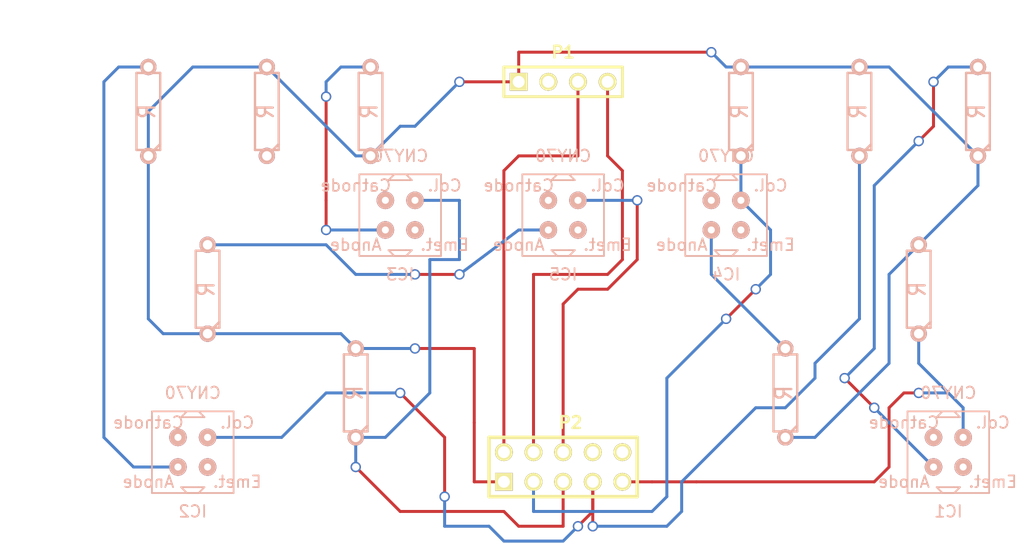
<source format=kicad_pcb>
(kicad_pcb (version 3) (host pcbnew "(2013-07-07 BZR 4022)-stable")

  (general
    (links 39)
    (no_connects 12)
    (area 0 0 0 0)
    (thickness 1.6)
    (drawings 2)
    (tracks 152)
    (zones 0)
    (modules 17)
    (nets 15)
  )

  (page A3)
  (layers
    (15 Dessus.Cu signal)
    (0 Dessous.Cu signal)
    (16 Dessous.Adhes user)
    (17 Dessus.Adhes user)
    (18 Dessous.Pate user)
    (19 Dessus.Pate user)
    (20 Dessous.SilkS user)
    (21 Dessus.SilkS user)
    (22 Dessous.Masque user)
    (23 Dessus.Masque user)
    (24 Dessin.User user)
    (25 Cmts.User user)
    (26 Eco1.User user)
    (27 Eco2.User user)
    (28 Contours.Ci user)
  )

  (setup
    (last_trace_width 0.254)
    (trace_clearance 0.254)
    (zone_clearance 0.508)
    (zone_45_only no)
    (trace_min 0.254)
    (segment_width 0.2)
    (edge_width 0.15)
    (via_size 0.889)
    (via_drill 0.635)
    (via_min_size 0.889)
    (via_min_drill 0.508)
    (uvia_size 0.508)
    (uvia_drill 0.127)
    (uvias_allowed no)
    (uvia_min_size 0.508)
    (uvia_min_drill 0.127)
    (pcb_text_width 0.3)
    (pcb_text_size 1.5 1.5)
    (mod_edge_width 0.15)
    (mod_text_size 1.5 1.5)
    (mod_text_width 0.15)
    (pad_size 1.524 1.524)
    (pad_drill 0.762)
    (pad_to_mask_clearance 0.2)
    (aux_axis_origin 0 0)
    (visible_elements FFFFFFBF)
    (pcbplotparams
      (layerselection 3178497)
      (usegerberextensions true)
      (excludeedgelayer true)
      (linewidth 0.100000)
      (plotframeref false)
      (viasonmask false)
      (mode 1)
      (useauxorigin false)
      (hpglpennumber 1)
      (hpglpenspeed 20)
      (hpglpendiameter 15)
      (hpglpenoverlay 2)
      (psnegative false)
      (psa4output false)
      (plotreference true)
      (plotvalue true)
      (plotothertext true)
      (plotinvisibletext false)
      (padsonsilk false)
      (subtractmaskfromsilk false)
      (outputformat 1)
      (mirror false)
      (drillshape 1)
      (scaleselection 1)
      (outputdirectory ""))
  )

  (net 0 "")
  (net 1 +5V)
  (net 2 /AN0)
  (net 3 /AN1)
  (net 4 /AN2)
  (net 5 /AN3)
  (net 6 /D0)
  (net 7 GND)
  (net 8 N-000001)
  (net 9 N-0000010)
  (net 10 N-0000011)
  (net 11 N-000005)
  (net 12 N-000006)
  (net 13 N-000007)
  (net 14 N-000009)

  (net_class Default "Ceci est la Netclass par défaut"
    (clearance 0.254)
    (trace_width 0.254)
    (via_dia 0.889)
    (via_drill 0.635)
    (uvia_dia 0.508)
    (uvia_drill 0.127)
    (add_net "")
    (add_net +5V)
    (add_net /AN0)
    (add_net /AN1)
    (add_net /AN2)
    (add_net /AN3)
    (add_net /D0)
    (add_net GND)
    (add_net N-000001)
    (add_net N-0000010)
    (add_net N-0000011)
    (add_net N-000005)
    (add_net N-000006)
    (add_net N-000007)
    (add_net N-000009)
  )

  (module R3 (layer Dessous.Cu) (tedit 4E4C0E65) (tstamp 59DF5A62)
    (at 147.32 58.42 90)
    (descr "Resitance 3 pas")
    (tags R)
    (path /59B7E735)
    (autoplace_cost180 10)
    (fp_text reference R3 (at 0 -0.127 90) (layer Dessous.SilkS) hide
      (effects (font (size 1.397 1.27) (thickness 0.2032)) (justify mirror))
    )
    (fp_text value R (at 0 -0.127 90) (layer Dessous.SilkS)
      (effects (font (size 1.397 1.27) (thickness 0.2032)) (justify mirror))
    )
    (fp_line (start -3.81 0) (end -3.302 0) (layer Dessous.SilkS) (width 0.2032))
    (fp_line (start 3.81 0) (end 3.302 0) (layer Dessous.SilkS) (width 0.2032))
    (fp_line (start 3.302 0) (end 3.302 1.016) (layer Dessous.SilkS) (width 0.2032))
    (fp_line (start 3.302 1.016) (end -3.302 1.016) (layer Dessous.SilkS) (width 0.2032))
    (fp_line (start -3.302 1.016) (end -3.302 -1.016) (layer Dessous.SilkS) (width 0.2032))
    (fp_line (start -3.302 -1.016) (end 3.302 -1.016) (layer Dessous.SilkS) (width 0.2032))
    (fp_line (start 3.302 -1.016) (end 3.302 0) (layer Dessous.SilkS) (width 0.2032))
    (fp_line (start -3.302 0.508) (end -2.794 1.016) (layer Dessous.SilkS) (width 0.2032))
    (pad 1 thru_hole circle (at -3.81 0 90) (size 1.397 1.397) (drill 0.8128)
      (layers *.Cu *.Mask Dessous.SilkS)
      (net 1 +5V)
    )
    (pad 2 thru_hole circle (at 3.81 0 90) (size 1.397 1.397) (drill 0.8128)
      (layers *.Cu *.Mask Dessous.SilkS)
      (net 14 N-000009)
    )
    (model discret/resistor.wrl
      (at (xyz 0 0 0))
      (scale (xyz 0.3 0.3 0.3))
      (rotate (xyz 0 0 0))
    )
  )

  (module R3 (layer Dessous.Cu) (tedit 4E4C0E65) (tstamp 59DF5A70)
    (at 194.31 73.66 90)
    (descr "Resitance 3 pas")
    (tags R)
    (path /59C25671)
    (autoplace_cost180 10)
    (fp_text reference R7 (at 0 -0.127 90) (layer Dessous.SilkS) hide
      (effects (font (size 1.397 1.27) (thickness 0.2032)) (justify mirror))
    )
    (fp_text value R (at 0 -0.127 90) (layer Dessous.SilkS)
      (effects (font (size 1.397 1.27) (thickness 0.2032)) (justify mirror))
    )
    (fp_line (start -3.81 0) (end -3.302 0) (layer Dessous.SilkS) (width 0.2032))
    (fp_line (start 3.81 0) (end 3.302 0) (layer Dessous.SilkS) (width 0.2032))
    (fp_line (start 3.302 0) (end 3.302 1.016) (layer Dessous.SilkS) (width 0.2032))
    (fp_line (start 3.302 1.016) (end -3.302 1.016) (layer Dessous.SilkS) (width 0.2032))
    (fp_line (start -3.302 1.016) (end -3.302 -1.016) (layer Dessous.SilkS) (width 0.2032))
    (fp_line (start -3.302 -1.016) (end 3.302 -1.016) (layer Dessous.SilkS) (width 0.2032))
    (fp_line (start 3.302 -1.016) (end 3.302 0) (layer Dessous.SilkS) (width 0.2032))
    (fp_line (start -3.302 0.508) (end -2.794 1.016) (layer Dessous.SilkS) (width 0.2032))
    (pad 1 thru_hole circle (at -3.81 0 90) (size 1.397 1.397) (drill 0.8128)
      (layers *.Cu *.Mask Dessous.SilkS)
      (net 5 /AN3)
    )
    (pad 2 thru_hole circle (at 3.81 0 90) (size 1.397 1.397) (drill 0.8128)
      (layers *.Cu *.Mask Dessous.SilkS)
      (net 1 +5V)
    )
    (model discret/resistor.wrl
      (at (xyz 0 0 0))
      (scale (xyz 0.3 0.3 0.3))
      (rotate (xyz 0 0 0))
    )
  )

  (module R3 (layer Dessous.Cu) (tedit 4E4C0E65) (tstamp 59DF5A7E)
    (at 189.23 58.42 90)
    (descr "Resitance 3 pas")
    (tags R)
    (path /59C25586)
    (autoplace_cost180 10)
    (fp_text reference R8 (at 0 -0.127 90) (layer Dessous.SilkS) hide
      (effects (font (size 1.397 1.27) (thickness 0.2032)) (justify mirror))
    )
    (fp_text value R (at 0 -0.127 90) (layer Dessous.SilkS)
      (effects (font (size 1.397 1.27) (thickness 0.2032)) (justify mirror))
    )
    (fp_line (start -3.81 0) (end -3.302 0) (layer Dessous.SilkS) (width 0.2032))
    (fp_line (start 3.81 0) (end 3.302 0) (layer Dessous.SilkS) (width 0.2032))
    (fp_line (start 3.302 0) (end 3.302 1.016) (layer Dessous.SilkS) (width 0.2032))
    (fp_line (start 3.302 1.016) (end -3.302 1.016) (layer Dessous.SilkS) (width 0.2032))
    (fp_line (start -3.302 1.016) (end -3.302 -1.016) (layer Dessous.SilkS) (width 0.2032))
    (fp_line (start -3.302 -1.016) (end 3.302 -1.016) (layer Dessous.SilkS) (width 0.2032))
    (fp_line (start 3.302 -1.016) (end 3.302 0) (layer Dessous.SilkS) (width 0.2032))
    (fp_line (start -3.302 0.508) (end -2.794 1.016) (layer Dessous.SilkS) (width 0.2032))
    (pad 1 thru_hole circle (at -3.81 0 90) (size 1.397 1.397) (drill 0.8128)
      (layers *.Cu *.Mask Dessous.SilkS)
      (net 4 /AN2)
    )
    (pad 2 thru_hole circle (at 3.81 0 90) (size 1.397 1.397) (drill 0.8128)
      (layers *.Cu *.Mask Dessous.SilkS)
      (net 1 +5V)
    )
    (model discret/resistor.wrl
      (at (xyz 0 0 0))
      (scale (xyz 0.3 0.3 0.3))
      (rotate (xyz 0 0 0))
    )
  )

  (module R3 (layer Dessous.Cu) (tedit 4E4C0E65) (tstamp 59DF5A8C)
    (at 182.88 82.55 90)
    (descr "Resitance 3 pas")
    (tags R)
    (path /59C235A2)
    (autoplace_cost180 10)
    (fp_text reference R4 (at 0 -0.127 90) (layer Dessous.SilkS) hide
      (effects (font (size 1.397 1.27) (thickness 0.2032)) (justify mirror))
    )
    (fp_text value R (at 0 -0.127 90) (layer Dessous.SilkS)
      (effects (font (size 1.397 1.27) (thickness 0.2032)) (justify mirror))
    )
    (fp_line (start -3.81 0) (end -3.302 0) (layer Dessous.SilkS) (width 0.2032))
    (fp_line (start 3.81 0) (end 3.302 0) (layer Dessous.SilkS) (width 0.2032))
    (fp_line (start 3.302 0) (end 3.302 1.016) (layer Dessous.SilkS) (width 0.2032))
    (fp_line (start 3.302 1.016) (end -3.302 1.016) (layer Dessous.SilkS) (width 0.2032))
    (fp_line (start -3.302 1.016) (end -3.302 -1.016) (layer Dessous.SilkS) (width 0.2032))
    (fp_line (start -3.302 -1.016) (end 3.302 -1.016) (layer Dessous.SilkS) (width 0.2032))
    (fp_line (start 3.302 -1.016) (end 3.302 0) (layer Dessous.SilkS) (width 0.2032))
    (fp_line (start -3.302 0.508) (end -2.794 1.016) (layer Dessous.SilkS) (width 0.2032))
    (pad 1 thru_hole circle (at -3.81 0 90) (size 1.397 1.397) (drill 0.8128)
      (layers *.Cu *.Mask Dessous.SilkS)
      (net 1 +5V)
    )
    (pad 2 thru_hole circle (at 3.81 0 90) (size 1.397 1.397) (drill 0.8128)
      (layers *.Cu *.Mask Dessous.SilkS)
      (net 11 N-000005)
    )
    (model discret/resistor.wrl
      (at (xyz 0 0 0))
      (scale (xyz 0.3 0.3 0.3))
      (rotate (xyz 0 0 0))
    )
  )

  (module R3 (layer Dessous.Cu) (tedit 4E4C0E65) (tstamp 59DF5A9A)
    (at 146.05 82.55 90)
    (descr "Resitance 3 pas")
    (tags R)
    (path /59C254A5)
    (autoplace_cost180 10)
    (fp_text reference R9 (at 0 -0.127 90) (layer Dessous.SilkS) hide
      (effects (font (size 1.397 1.27) (thickness 0.2032)) (justify mirror))
    )
    (fp_text value R (at 0 -0.127 90) (layer Dessous.SilkS)
      (effects (font (size 1.397 1.27) (thickness 0.2032)) (justify mirror))
    )
    (fp_line (start -3.81 0) (end -3.302 0) (layer Dessous.SilkS) (width 0.2032))
    (fp_line (start 3.81 0) (end 3.302 0) (layer Dessous.SilkS) (width 0.2032))
    (fp_line (start 3.302 0) (end 3.302 1.016) (layer Dessous.SilkS) (width 0.2032))
    (fp_line (start 3.302 1.016) (end -3.302 1.016) (layer Dessous.SilkS) (width 0.2032))
    (fp_line (start -3.302 1.016) (end -3.302 -1.016) (layer Dessous.SilkS) (width 0.2032))
    (fp_line (start -3.302 -1.016) (end 3.302 -1.016) (layer Dessous.SilkS) (width 0.2032))
    (fp_line (start 3.302 -1.016) (end 3.302 0) (layer Dessous.SilkS) (width 0.2032))
    (fp_line (start -3.302 0.508) (end -2.794 1.016) (layer Dessous.SilkS) (width 0.2032))
    (pad 1 thru_hole circle (at -3.81 0 90) (size 1.397 1.397) (drill 0.8128)
      (layers *.Cu *.Mask Dessous.SilkS)
      (net 3 /AN1)
    )
    (pad 2 thru_hole circle (at 3.81 0 90) (size 1.397 1.397) (drill 0.8128)
      (layers *.Cu *.Mask Dessous.SilkS)
      (net 1 +5V)
    )
    (model discret/resistor.wrl
      (at (xyz 0 0 0))
      (scale (xyz 0.3 0.3 0.3))
      (rotate (xyz 0 0 0))
    )
  )

  (module R3 (layer Dessous.Cu) (tedit 4E4C0E65) (tstamp 59DF5AA8)
    (at 133.35 73.66 90)
    (descr "Resitance 3 pas")
    (tags R)
    (path /59C2392A)
    (autoplace_cost180 10)
    (fp_text reference R5 (at 0 -0.127 90) (layer Dessous.SilkS) hide
      (effects (font (size 1.397 1.27) (thickness 0.2032)) (justify mirror))
    )
    (fp_text value R (at 0 -0.127 90) (layer Dessous.SilkS)
      (effects (font (size 1.397 1.27) (thickness 0.2032)) (justify mirror))
    )
    (fp_line (start -3.81 0) (end -3.302 0) (layer Dessous.SilkS) (width 0.2032))
    (fp_line (start 3.81 0) (end 3.302 0) (layer Dessous.SilkS) (width 0.2032))
    (fp_line (start 3.302 0) (end 3.302 1.016) (layer Dessous.SilkS) (width 0.2032))
    (fp_line (start 3.302 1.016) (end -3.302 1.016) (layer Dessous.SilkS) (width 0.2032))
    (fp_line (start -3.302 1.016) (end -3.302 -1.016) (layer Dessous.SilkS) (width 0.2032))
    (fp_line (start -3.302 -1.016) (end 3.302 -1.016) (layer Dessous.SilkS) (width 0.2032))
    (fp_line (start 3.302 -1.016) (end 3.302 0) (layer Dessous.SilkS) (width 0.2032))
    (fp_line (start -3.302 0.508) (end -2.794 1.016) (layer Dessous.SilkS) (width 0.2032))
    (pad 1 thru_hole circle (at -3.81 0 90) (size 1.397 1.397) (drill 0.8128)
      (layers *.Cu *.Mask Dessous.SilkS)
      (net 1 +5V)
    )
    (pad 2 thru_hole circle (at 3.81 0 90) (size 1.397 1.397) (drill 0.8128)
      (layers *.Cu *.Mask Dessous.SilkS)
      (net 13 N-000007)
    )
    (model discret/resistor.wrl
      (at (xyz 0 0 0))
      (scale (xyz 0.3 0.3 0.3))
      (rotate (xyz 0 0 0))
    )
  )

  (module R3 (layer Dessous.Cu) (tedit 4E4C0E65) (tstamp 59DF5AB6)
    (at 199.39 58.42 90)
    (descr "Resitance 3 pas")
    (tags R)
    (path /59C2421C)
    (autoplace_cost180 10)
    (fp_text reference R1 (at 0 -0.127 90) (layer Dessous.SilkS) hide
      (effects (font (size 1.397 1.27) (thickness 0.2032)) (justify mirror))
    )
    (fp_text value R (at 0 -0.127 90) (layer Dessous.SilkS)
      (effects (font (size 1.397 1.27) (thickness 0.2032)) (justify mirror))
    )
    (fp_line (start -3.81 0) (end -3.302 0) (layer Dessous.SilkS) (width 0.2032))
    (fp_line (start 3.81 0) (end 3.302 0) (layer Dessous.SilkS) (width 0.2032))
    (fp_line (start 3.302 0) (end 3.302 1.016) (layer Dessous.SilkS) (width 0.2032))
    (fp_line (start 3.302 1.016) (end -3.302 1.016) (layer Dessous.SilkS) (width 0.2032))
    (fp_line (start -3.302 1.016) (end -3.302 -1.016) (layer Dessous.SilkS) (width 0.2032))
    (fp_line (start -3.302 -1.016) (end 3.302 -1.016) (layer Dessous.SilkS) (width 0.2032))
    (fp_line (start 3.302 -1.016) (end 3.302 0) (layer Dessous.SilkS) (width 0.2032))
    (fp_line (start -3.302 0.508) (end -2.794 1.016) (layer Dessous.SilkS) (width 0.2032))
    (pad 1 thru_hole circle (at -3.81 0 90) (size 1.397 1.397) (drill 0.8128)
      (layers *.Cu *.Mask Dessous.SilkS)
      (net 1 +5V)
    )
    (pad 2 thru_hole circle (at 3.81 0 90) (size 1.397 1.397) (drill 0.8128)
      (layers *.Cu *.Mask Dessous.SilkS)
      (net 12 N-000006)
    )
    (model discret/resistor.wrl
      (at (xyz 0 0 0))
      (scale (xyz 0.3 0.3 0.3))
      (rotate (xyz 0 0 0))
    )
  )

  (module R3 (layer Dessous.Cu) (tedit 4E4C0E65) (tstamp 59DF5AC4)
    (at 179.07 58.42 90)
    (descr "Resitance 3 pas")
    (tags R)
    (path /59C252FC)
    (autoplace_cost180 10)
    (fp_text reference R12 (at 0 -0.127 90) (layer Dessous.SilkS) hide
      (effects (font (size 1.397 1.27) (thickness 0.2032)) (justify mirror))
    )
    (fp_text value R (at 0 -0.127 90) (layer Dessous.SilkS)
      (effects (font (size 1.397 1.27) (thickness 0.2032)) (justify mirror))
    )
    (fp_line (start -3.81 0) (end -3.302 0) (layer Dessous.SilkS) (width 0.2032))
    (fp_line (start 3.81 0) (end 3.302 0) (layer Dessous.SilkS) (width 0.2032))
    (fp_line (start 3.302 0) (end 3.302 1.016) (layer Dessous.SilkS) (width 0.2032))
    (fp_line (start 3.302 1.016) (end -3.302 1.016) (layer Dessous.SilkS) (width 0.2032))
    (fp_line (start -3.302 1.016) (end -3.302 -1.016) (layer Dessous.SilkS) (width 0.2032))
    (fp_line (start -3.302 -1.016) (end 3.302 -1.016) (layer Dessous.SilkS) (width 0.2032))
    (fp_line (start 3.302 -1.016) (end 3.302 0) (layer Dessous.SilkS) (width 0.2032))
    (fp_line (start -3.302 0.508) (end -2.794 1.016) (layer Dessous.SilkS) (width 0.2032))
    (pad 1 thru_hole circle (at -3.81 0 90) (size 1.397 1.397) (drill 0.8128)
      (layers *.Cu *.Mask Dessous.SilkS)
      (net 2 /AN0)
    )
    (pad 2 thru_hole circle (at 3.81 0 90) (size 1.397 1.397) (drill 0.8128)
      (layers *.Cu *.Mask Dessous.SilkS)
      (net 1 +5V)
    )
    (model discret/resistor.wrl
      (at (xyz 0 0 0))
      (scale (xyz 0.3 0.3 0.3))
      (rotate (xyz 0 0 0))
    )
  )

  (module R3 (layer Dessous.Cu) (tedit 4E4C0E65) (tstamp 59DF5AD2)
    (at 128.27 58.42 90)
    (descr "Resitance 3 pas")
    (tags R)
    (path /59C24288)
    (autoplace_cost180 10)
    (fp_text reference R2 (at 0 -0.127 90) (layer Dessous.SilkS) hide
      (effects (font (size 1.397 1.27) (thickness 0.2032)) (justify mirror))
    )
    (fp_text value R (at 0 -0.127 90) (layer Dessous.SilkS)
      (effects (font (size 1.397 1.27) (thickness 0.2032)) (justify mirror))
    )
    (fp_line (start -3.81 0) (end -3.302 0) (layer Dessous.SilkS) (width 0.2032))
    (fp_line (start 3.81 0) (end 3.302 0) (layer Dessous.SilkS) (width 0.2032))
    (fp_line (start 3.302 0) (end 3.302 1.016) (layer Dessous.SilkS) (width 0.2032))
    (fp_line (start 3.302 1.016) (end -3.302 1.016) (layer Dessous.SilkS) (width 0.2032))
    (fp_line (start -3.302 1.016) (end -3.302 -1.016) (layer Dessous.SilkS) (width 0.2032))
    (fp_line (start -3.302 -1.016) (end 3.302 -1.016) (layer Dessous.SilkS) (width 0.2032))
    (fp_line (start 3.302 -1.016) (end 3.302 0) (layer Dessous.SilkS) (width 0.2032))
    (fp_line (start -3.302 0.508) (end -2.794 1.016) (layer Dessous.SilkS) (width 0.2032))
    (pad 1 thru_hole circle (at -3.81 0 90) (size 1.397 1.397) (drill 0.8128)
      (layers *.Cu *.Mask Dessous.SilkS)
      (net 1 +5V)
    )
    (pad 2 thru_hole circle (at 3.81 0 90) (size 1.397 1.397) (drill 0.8128)
      (layers *.Cu *.Mask Dessous.SilkS)
      (net 8 N-000001)
    )
    (model discret/resistor.wrl
      (at (xyz 0 0 0))
      (scale (xyz 0.3 0.3 0.3))
      (rotate (xyz 0 0 0))
    )
  )

  (module R3 (layer Dessous.Cu) (tedit 4E4C0E65) (tstamp 59DF5AE0)
    (at 138.43 58.42 90)
    (descr "Resitance 3 pas")
    (tags R)
    (path /59C251D0)
    (autoplace_cost180 10)
    (fp_text reference R10 (at 0 -0.127 90) (layer Dessous.SilkS) hide
      (effects (font (size 1.397 1.27) (thickness 0.2032)) (justify mirror))
    )
    (fp_text value R (at 0 -0.127 90) (layer Dessous.SilkS)
      (effects (font (size 1.397 1.27) (thickness 0.2032)) (justify mirror))
    )
    (fp_line (start -3.81 0) (end -3.302 0) (layer Dessous.SilkS) (width 0.2032))
    (fp_line (start 3.81 0) (end 3.302 0) (layer Dessous.SilkS) (width 0.2032))
    (fp_line (start 3.302 0) (end 3.302 1.016) (layer Dessous.SilkS) (width 0.2032))
    (fp_line (start 3.302 1.016) (end -3.302 1.016) (layer Dessous.SilkS) (width 0.2032))
    (fp_line (start -3.302 1.016) (end -3.302 -1.016) (layer Dessous.SilkS) (width 0.2032))
    (fp_line (start -3.302 -1.016) (end 3.302 -1.016) (layer Dessous.SilkS) (width 0.2032))
    (fp_line (start 3.302 -1.016) (end 3.302 0) (layer Dessous.SilkS) (width 0.2032))
    (fp_line (start -3.302 0.508) (end -2.794 1.016) (layer Dessous.SilkS) (width 0.2032))
    (pad 1 thru_hole circle (at -3.81 0 90) (size 1.397 1.397) (drill 0.8128)
      (layers *.Cu *.Mask Dessous.SilkS)
      (net 6 /D0)
    )
    (pad 2 thru_hole circle (at 3.81 0 90) (size 1.397 1.397) (drill 0.8128)
      (layers *.Cu *.Mask Dessous.SilkS)
      (net 1 +5V)
    )
    (model discret/resistor.wrl
      (at (xyz 0 0 0))
      (scale (xyz 0.3 0.3 0.3))
      (rotate (xyz 0 0 0))
    )
  )

  (module PIN_ARRAY_5x2 (layer Dessus.Cu) (tedit 3FCF2109) (tstamp 59DF5AF2)
    (at 163.83 88.9)
    (descr "Double rangee de contacts 2 x 5 pins")
    (tags CONN)
    (path /59B7D696)
    (fp_text reference P2 (at 0.635 -3.81) (layer Dessus.SilkS)
      (effects (font (size 1.016 1.016) (thickness 0.2032)))
    )
    (fp_text value CONN_5X2 (at 0 -3.81) (layer Dessus.SilkS) hide
      (effects (font (size 1.016 1.016) (thickness 0.2032)))
    )
    (fp_line (start -6.35 -2.54) (end 6.35 -2.54) (layer Dessus.SilkS) (width 0.3048))
    (fp_line (start 6.35 -2.54) (end 6.35 2.54) (layer Dessus.SilkS) (width 0.3048))
    (fp_line (start 6.35 2.54) (end -6.35 2.54) (layer Dessus.SilkS) (width 0.3048))
    (fp_line (start -6.35 2.54) (end -6.35 -2.54) (layer Dessus.SilkS) (width 0.3048))
    (pad 1 thru_hole rect (at -5.08 1.27) (size 1.524 1.524) (drill 1.016)
      (layers *.Cu *.Mask Dessus.SilkS)
      (net 1 +5V)
    )
    (pad 2 thru_hole circle (at -5.08 -1.27) (size 1.524 1.524) (drill 1.016)
      (layers *.Cu *.Mask Dessus.SilkS)
      (net 9 N-0000010)
    )
    (pad 3 thru_hole circle (at -2.54 1.27) (size 1.524 1.524) (drill 1.016)
      (layers *.Cu *.Mask Dessus.SilkS)
      (net 2 /AN0)
    )
    (pad 4 thru_hole circle (at -2.54 -1.27) (size 1.524 1.524) (drill 1.016)
      (layers *.Cu *.Mask Dessus.SilkS)
      (net 10 N-0000011)
    )
    (pad 5 thru_hole circle (at 0 1.27) (size 1.524 1.524) (drill 1.016)
      (layers *.Cu *.Mask Dessus.SilkS)
      (net 3 /AN1)
    )
    (pad 6 thru_hole circle (at 0 -1.27) (size 1.524 1.524) (drill 1.016)
      (layers *.Cu *.Mask Dessus.SilkS)
      (net 6 /D0)
    )
    (pad 7 thru_hole circle (at 2.54 1.27) (size 1.524 1.524) (drill 1.016)
      (layers *.Cu *.Mask Dessus.SilkS)
      (net 4 /AN2)
    )
    (pad 8 thru_hole circle (at 2.54 -1.27) (size 1.524 1.524) (drill 1.016)
      (layers *.Cu *.Mask Dessus.SilkS)
    )
    (pad 9 thru_hole circle (at 5.08 1.27) (size 1.524 1.524) (drill 1.016)
      (layers *.Cu *.Mask Dessus.SilkS)
      (net 5 /AN3)
    )
    (pad 10 thru_hole circle (at 5.08 -1.27) (size 1.524 1.524) (drill 1.016)
      (layers *.Cu *.Mask Dessus.SilkS)
      (net 7 GND)
    )
    (model pin_array/pins_array_5x2.wrl
      (at (xyz 0 0 0))
      (scale (xyz 1 1 1))
      (rotate (xyz 0 0 0))
    )
  )

  (module PIN_ARRAY_4x1 (layer Dessus.Cu) (tedit 4C10F42E) (tstamp 59DF5AFE)
    (at 163.83 55.88)
    (descr "Double rangee de contacts 2 x 5 pins")
    (tags CONN)
    (path /59B7F8BD)
    (fp_text reference P1 (at 0 -2.54) (layer Dessus.SilkS)
      (effects (font (size 1.016 1.016) (thickness 0.2032)))
    )
    (fp_text value CONN_4 (at 0 2.54) (layer Dessus.SilkS) hide
      (effects (font (size 1.016 1.016) (thickness 0.2032)))
    )
    (fp_line (start 5.08 1.27) (end -5.08 1.27) (layer Dessus.SilkS) (width 0.254))
    (fp_line (start 5.08 -1.27) (end -5.08 -1.27) (layer Dessus.SilkS) (width 0.254))
    (fp_line (start -5.08 -1.27) (end -5.08 1.27) (layer Dessus.SilkS) (width 0.254))
    (fp_line (start 5.08 1.27) (end 5.08 -1.27) (layer Dessus.SilkS) (width 0.254))
    (pad 1 thru_hole rect (at -3.81 0) (size 1.524 1.524) (drill 1.016)
      (layers *.Cu *.Mask Dessus.SilkS)
      (net 1 +5V)
    )
    (pad 2 thru_hole circle (at -1.27 0) (size 1.524 1.524) (drill 1.016)
      (layers *.Cu *.Mask Dessus.SilkS)
      (net 7 GND)
    )
    (pad 3 thru_hole circle (at 1.27 0) (size 1.524 1.524) (drill 1.016)
      (layers *.Cu *.Mask Dessus.SilkS)
      (net 9 N-0000010)
    )
    (pad 4 thru_hole circle (at 3.81 0) (size 1.524 1.524) (drill 1.016)
      (layers *.Cu *.Mask Dessus.SilkS)
      (net 10 N-0000011)
    )
    (model pin_array\pins_array_4x1.wrl
      (at (xyz 0 0 0))
      (scale (xyz 1 1 1))
      (rotate (xyz 0 0 0))
    )
  )

  (module CNY70 (layer Dessous.Cu) (tedit 54C53313) (tstamp 59DF5B16)
    (at 149.86 67.31)
    (path /59B7F2D4)
    (fp_text reference IC3 (at 0 5.08) (layer Dessous.SilkS)
      (effects (font (size 1 1) (thickness 0.15)) (justify mirror))
    )
    (fp_text value CNY70 (at 0 -5.08) (layer Dessous.SilkS)
      (effects (font (size 1 1) (thickness 0.15)) (justify mirror))
    )
    (fp_line (start -0.5 -3.5) (end -1 -3) (layer Dessous.SilkS) (width 0.15))
    (fp_line (start -1 -3) (end 1 -3) (layer Dessous.SilkS) (width 0.15))
    (fp_line (start 1 -3) (end 0.5 -3.5) (layer Dessous.SilkS) (width 0.15))
    (fp_line (start -0.5 3.5) (end -1 3) (layer Dessous.SilkS) (width 0.15))
    (fp_line (start -1 3) (end 0.5 3) (layer Dessous.SilkS) (width 0.15))
    (fp_line (start 0.5 3) (end 1 3) (layer Dessous.SilkS) (width 0.15))
    (fp_line (start 1 3) (end 0.5 3.5) (layer Dessous.SilkS) (width 0.15))
    (fp_line (start 0.5 3.5) (end -0.5 3.5) (layer Dessous.SilkS) (width 0.15))
    (fp_text user Col. (at 3.81 -2.54) (layer Dessous.SilkS)
      (effects (font (size 1 1) (thickness 0.15)) (justify mirror))
    )
    (fp_text user Emet. (at 3.81 2.54) (layer Dessous.SilkS)
      (effects (font (size 1 1) (thickness 0.15)) (justify mirror))
    )
    (fp_text user Cathode (at -3.81 -2.54) (layer Dessous.SilkS)
      (effects (font (size 1 1) (thickness 0.15)) (justify mirror))
    )
    (fp_text user Anode (at -3.81 2.54) (layer Dessous.SilkS)
      (effects (font (size 1 1) (thickness 0.15)) (justify mirror))
    )
    (fp_line (start 3.5 -3.5) (end 3.5 3.5) (layer Dessous.SilkS) (width 0.15))
    (fp_line (start 3.5 3.5) (end -3.5 3.5) (layer Dessous.SilkS) (width 0.15))
    (fp_line (start -3.5 3.5) (end -3.5 -3.5) (layer Dessous.SilkS) (width 0.15))
    (fp_line (start -3.5 -3.5) (end 3.5 -3.5) (layer Dessous.SilkS) (width 0.15))
    (pad 1 thru_hole circle (at -1.27 1.27) (size 1.5 1.5) (drill 0.6)
      (layers *.Cu *.Mask Dessous.SilkS)
      (net 14 N-000009)
    )
    (pad 2 thru_hole circle (at -1.27 -1.27) (size 1.5 1.5) (drill 0.6)
      (layers *.Cu *.Mask Dessous.SilkS)
      (net 7 GND)
    )
    (pad 3 thru_hole circle (at 1.27 -1.27) (size 1.5 1.5) (drill 0.6)
      (layers *.Cu *.Mask Dessous.SilkS)
      (net 3 /AN1)
    )
    (pad 4 thru_hole circle (at 1.27 1.27) (size 1.5 1.5) (drill 0.6)
      (layers *.Cu *.Mask Dessous.SilkS)
      (net 7 GND)
    )
  )

  (module CNY70 (layer Dessous.Cu) (tedit 54C53313) (tstamp 59DF5B2E)
    (at 132.08 87.63)
    (path /59C2428E)
    (fp_text reference IC2 (at 0 5.08) (layer Dessous.SilkS)
      (effects (font (size 1 1) (thickness 0.15)) (justify mirror))
    )
    (fp_text value CNY70 (at 0 -5.08) (layer Dessous.SilkS)
      (effects (font (size 1 1) (thickness 0.15)) (justify mirror))
    )
    (fp_line (start -0.5 -3.5) (end -1 -3) (layer Dessous.SilkS) (width 0.15))
    (fp_line (start -1 -3) (end 1 -3) (layer Dessous.SilkS) (width 0.15))
    (fp_line (start 1 -3) (end 0.5 -3.5) (layer Dessous.SilkS) (width 0.15))
    (fp_line (start -0.5 3.5) (end -1 3) (layer Dessous.SilkS) (width 0.15))
    (fp_line (start -1 3) (end 0.5 3) (layer Dessous.SilkS) (width 0.15))
    (fp_line (start 0.5 3) (end 1 3) (layer Dessous.SilkS) (width 0.15))
    (fp_line (start 1 3) (end 0.5 3.5) (layer Dessous.SilkS) (width 0.15))
    (fp_line (start 0.5 3.5) (end -0.5 3.5) (layer Dessous.SilkS) (width 0.15))
    (fp_text user Col. (at 3.81 -2.54) (layer Dessous.SilkS)
      (effects (font (size 1 1) (thickness 0.15)) (justify mirror))
    )
    (fp_text user Emet. (at 3.81 2.54) (layer Dessous.SilkS)
      (effects (font (size 1 1) (thickness 0.15)) (justify mirror))
    )
    (fp_text user Cathode (at -3.81 -2.54) (layer Dessous.SilkS)
      (effects (font (size 1 1) (thickness 0.15)) (justify mirror))
    )
    (fp_text user Anode (at -3.81 2.54) (layer Dessous.SilkS)
      (effects (font (size 1 1) (thickness 0.15)) (justify mirror))
    )
    (fp_line (start 3.5 -3.5) (end 3.5 3.5) (layer Dessous.SilkS) (width 0.15))
    (fp_line (start 3.5 3.5) (end -3.5 3.5) (layer Dessous.SilkS) (width 0.15))
    (fp_line (start -3.5 3.5) (end -3.5 -3.5) (layer Dessous.SilkS) (width 0.15))
    (fp_line (start -3.5 -3.5) (end 3.5 -3.5) (layer Dessous.SilkS) (width 0.15))
    (pad 1 thru_hole circle (at -1.27 1.27) (size 1.5 1.5) (drill 0.6)
      (layers *.Cu *.Mask Dessous.SilkS)
      (net 8 N-000001)
    )
    (pad 2 thru_hole circle (at -1.27 -1.27) (size 1.5 1.5) (drill 0.6)
      (layers *.Cu *.Mask Dessous.SilkS)
      (net 7 GND)
    )
    (pad 3 thru_hole circle (at 1.27 -1.27) (size 1.5 1.5) (drill 0.6)
      (layers *.Cu *.Mask Dessous.SilkS)
      (net 4 /AN2)
    )
    (pad 4 thru_hole circle (at 1.27 1.27) (size 1.5 1.5) (drill 0.6)
      (layers *.Cu *.Mask Dessous.SilkS)
      (net 7 GND)
    )
  )

  (module CNY70 (layer Dessous.Cu) (tedit 54C53313) (tstamp 59DF5B46)
    (at 196.85 87.63)
    (path /59C24222)
    (fp_text reference IC1 (at 0 5.08) (layer Dessous.SilkS)
      (effects (font (size 1 1) (thickness 0.15)) (justify mirror))
    )
    (fp_text value CNY70 (at 0 -5.08) (layer Dessous.SilkS)
      (effects (font (size 1 1) (thickness 0.15)) (justify mirror))
    )
    (fp_line (start -0.5 -3.5) (end -1 -3) (layer Dessous.SilkS) (width 0.15))
    (fp_line (start -1 -3) (end 1 -3) (layer Dessous.SilkS) (width 0.15))
    (fp_line (start 1 -3) (end 0.5 -3.5) (layer Dessous.SilkS) (width 0.15))
    (fp_line (start -0.5 3.5) (end -1 3) (layer Dessous.SilkS) (width 0.15))
    (fp_line (start -1 3) (end 0.5 3) (layer Dessous.SilkS) (width 0.15))
    (fp_line (start 0.5 3) (end 1 3) (layer Dessous.SilkS) (width 0.15))
    (fp_line (start 1 3) (end 0.5 3.5) (layer Dessous.SilkS) (width 0.15))
    (fp_line (start 0.5 3.5) (end -0.5 3.5) (layer Dessous.SilkS) (width 0.15))
    (fp_text user Col. (at 3.81 -2.54) (layer Dessous.SilkS)
      (effects (font (size 1 1) (thickness 0.15)) (justify mirror))
    )
    (fp_text user Emet. (at 3.81 2.54) (layer Dessous.SilkS)
      (effects (font (size 1 1) (thickness 0.15)) (justify mirror))
    )
    (fp_text user Cathode (at -3.81 -2.54) (layer Dessous.SilkS)
      (effects (font (size 1 1) (thickness 0.15)) (justify mirror))
    )
    (fp_text user Anode (at -3.81 2.54) (layer Dessous.SilkS)
      (effects (font (size 1 1) (thickness 0.15)) (justify mirror))
    )
    (fp_line (start 3.5 -3.5) (end 3.5 3.5) (layer Dessous.SilkS) (width 0.15))
    (fp_line (start 3.5 3.5) (end -3.5 3.5) (layer Dessous.SilkS) (width 0.15))
    (fp_line (start -3.5 3.5) (end -3.5 -3.5) (layer Dessous.SilkS) (width 0.15))
    (fp_line (start -3.5 -3.5) (end 3.5 -3.5) (layer Dessous.SilkS) (width 0.15))
    (pad 1 thru_hole circle (at -1.27 1.27) (size 1.5 1.5) (drill 0.6)
      (layers *.Cu *.Mask Dessous.SilkS)
      (net 12 N-000006)
    )
    (pad 2 thru_hole circle (at -1.27 -1.27) (size 1.5 1.5) (drill 0.6)
      (layers *.Cu *.Mask Dessous.SilkS)
      (net 7 GND)
    )
    (pad 3 thru_hole circle (at 1.27 -1.27) (size 1.5 1.5) (drill 0.6)
      (layers *.Cu *.Mask Dessous.SilkS)
      (net 5 /AN3)
    )
    (pad 4 thru_hole circle (at 1.27 1.27) (size 1.5 1.5) (drill 0.6)
      (layers *.Cu *.Mask Dessous.SilkS)
      (net 7 GND)
    )
  )

  (module CNY70 (layer Dessous.Cu) (tedit 54C53313) (tstamp 59DF5B5E)
    (at 177.8 67.31)
    (path /59C235A8)
    (fp_text reference IC4 (at 0 5.08) (layer Dessous.SilkS)
      (effects (font (size 1 1) (thickness 0.15)) (justify mirror))
    )
    (fp_text value CNY70 (at 0 -5.08) (layer Dessous.SilkS)
      (effects (font (size 1 1) (thickness 0.15)) (justify mirror))
    )
    (fp_line (start -0.5 -3.5) (end -1 -3) (layer Dessous.SilkS) (width 0.15))
    (fp_line (start -1 -3) (end 1 -3) (layer Dessous.SilkS) (width 0.15))
    (fp_line (start 1 -3) (end 0.5 -3.5) (layer Dessous.SilkS) (width 0.15))
    (fp_line (start -0.5 3.5) (end -1 3) (layer Dessous.SilkS) (width 0.15))
    (fp_line (start -1 3) (end 0.5 3) (layer Dessous.SilkS) (width 0.15))
    (fp_line (start 0.5 3) (end 1 3) (layer Dessous.SilkS) (width 0.15))
    (fp_line (start 1 3) (end 0.5 3.5) (layer Dessous.SilkS) (width 0.15))
    (fp_line (start 0.5 3.5) (end -0.5 3.5) (layer Dessous.SilkS) (width 0.15))
    (fp_text user Col. (at 3.81 -2.54) (layer Dessous.SilkS)
      (effects (font (size 1 1) (thickness 0.15)) (justify mirror))
    )
    (fp_text user Emet. (at 3.81 2.54) (layer Dessous.SilkS)
      (effects (font (size 1 1) (thickness 0.15)) (justify mirror))
    )
    (fp_text user Cathode (at -3.81 -2.54) (layer Dessous.SilkS)
      (effects (font (size 1 1) (thickness 0.15)) (justify mirror))
    )
    (fp_text user Anode (at -3.81 2.54) (layer Dessous.SilkS)
      (effects (font (size 1 1) (thickness 0.15)) (justify mirror))
    )
    (fp_line (start 3.5 -3.5) (end 3.5 3.5) (layer Dessous.SilkS) (width 0.15))
    (fp_line (start 3.5 3.5) (end -3.5 3.5) (layer Dessous.SilkS) (width 0.15))
    (fp_line (start -3.5 3.5) (end -3.5 -3.5) (layer Dessous.SilkS) (width 0.15))
    (fp_line (start -3.5 -3.5) (end 3.5 -3.5) (layer Dessous.SilkS) (width 0.15))
    (pad 1 thru_hole circle (at -1.27 1.27) (size 1.5 1.5) (drill 0.6)
      (layers *.Cu *.Mask Dessous.SilkS)
      (net 11 N-000005)
    )
    (pad 2 thru_hole circle (at -1.27 -1.27) (size 1.5 1.5) (drill 0.6)
      (layers *.Cu *.Mask Dessous.SilkS)
      (net 7 GND)
    )
    (pad 3 thru_hole circle (at 1.27 -1.27) (size 1.5 1.5) (drill 0.6)
      (layers *.Cu *.Mask Dessous.SilkS)
      (net 2 /AN0)
    )
    (pad 4 thru_hole circle (at 1.27 1.27) (size 1.5 1.5) (drill 0.6)
      (layers *.Cu *.Mask Dessous.SilkS)
      (net 7 GND)
    )
  )

  (module CNY70 (layer Dessous.Cu) (tedit 54C53313) (tstamp 59DF5B76)
    (at 163.83 67.31)
    (path /59B7F2E0)
    (fp_text reference IC5 (at 0 5.08) (layer Dessous.SilkS)
      (effects (font (size 1 1) (thickness 0.15)) (justify mirror))
    )
    (fp_text value CNY70 (at 0 -5.08) (layer Dessous.SilkS)
      (effects (font (size 1 1) (thickness 0.15)) (justify mirror))
    )
    (fp_line (start -0.5 -3.5) (end -1 -3) (layer Dessous.SilkS) (width 0.15))
    (fp_line (start -1 -3) (end 1 -3) (layer Dessous.SilkS) (width 0.15))
    (fp_line (start 1 -3) (end 0.5 -3.5) (layer Dessous.SilkS) (width 0.15))
    (fp_line (start -0.5 3.5) (end -1 3) (layer Dessous.SilkS) (width 0.15))
    (fp_line (start -1 3) (end 0.5 3) (layer Dessous.SilkS) (width 0.15))
    (fp_line (start 0.5 3) (end 1 3) (layer Dessous.SilkS) (width 0.15))
    (fp_line (start 1 3) (end 0.5 3.5) (layer Dessous.SilkS) (width 0.15))
    (fp_line (start 0.5 3.5) (end -0.5 3.5) (layer Dessous.SilkS) (width 0.15))
    (fp_text user Col. (at 3.81 -2.54) (layer Dessous.SilkS)
      (effects (font (size 1 1) (thickness 0.15)) (justify mirror))
    )
    (fp_text user Emet. (at 3.81 2.54) (layer Dessous.SilkS)
      (effects (font (size 1 1) (thickness 0.15)) (justify mirror))
    )
    (fp_text user Cathode (at -3.81 -2.54) (layer Dessous.SilkS)
      (effects (font (size 1 1) (thickness 0.15)) (justify mirror))
    )
    (fp_text user Anode (at -3.81 2.54) (layer Dessous.SilkS)
      (effects (font (size 1 1) (thickness 0.15)) (justify mirror))
    )
    (fp_line (start 3.5 -3.5) (end 3.5 3.5) (layer Dessous.SilkS) (width 0.15))
    (fp_line (start 3.5 3.5) (end -3.5 3.5) (layer Dessous.SilkS) (width 0.15))
    (fp_line (start -3.5 3.5) (end -3.5 -3.5) (layer Dessous.SilkS) (width 0.15))
    (fp_line (start -3.5 -3.5) (end 3.5 -3.5) (layer Dessous.SilkS) (width 0.15))
    (pad 1 thru_hole circle (at -1.27 1.27) (size 1.5 1.5) (drill 0.6)
      (layers *.Cu *.Mask Dessous.SilkS)
      (net 13 N-000007)
    )
    (pad 2 thru_hole circle (at -1.27 -1.27) (size 1.5 1.5) (drill 0.6)
      (layers *.Cu *.Mask Dessous.SilkS)
      (net 7 GND)
    )
    (pad 3 thru_hole circle (at 1.27 -1.27) (size 1.5 1.5) (drill 0.6)
      (layers *.Cu *.Mask Dessous.SilkS)
      (net 6 /D0)
    )
    (pad 4 thru_hole circle (at 1.27 1.27) (size 1.5 1.5) (drill 0.6)
      (layers *.Cu *.Mask Dessous.SilkS)
      (net 7 GND)
    )
  )

  (dimension 80.01 (width 0.3) (layer Eco2.User)
    (gr_text "80,010 mm" (at 163.195 50.720001) (layer Eco2.User)
      (effects (font (size 1.5 1.5) (thickness 0.3)))
    )
    (feature1 (pts (xy 203.2 54.61) (xy 203.2 49.370001)))
    (feature2 (pts (xy 123.19 54.61) (xy 123.19 49.370001)))
    (crossbar (pts (xy 123.19 52.070001) (xy 203.2 52.070001)))
    (arrow1a (pts (xy 203.2 52.070001) (xy 202.073497 52.656421)))
    (arrow1b (pts (xy 203.2 52.070001) (xy 202.073497 51.483581)))
    (arrow2a (pts (xy 123.19 52.070001) (xy 124.316503 52.656421)))
    (arrow2b (pts (xy 123.19 52.070001) (xy 124.316503 51.483581)))
  )
  (dimension 40.64 (width 0.3) (layer Eco2.User)
    (gr_text "40,640 mm" (at 121.840001 74.93 270) (layer Eco2.User)
      (effects (font (size 1.5 1.5) (thickness 0.3)))
    )
    (feature1 (pts (xy 127 95.25) (xy 120.490001 95.25)))
    (feature2 (pts (xy 127 54.61) (xy 120.490001 54.61)))
    (crossbar (pts (xy 123.190001 54.61) (xy 123.190001 95.25)))
    (arrow1a (pts (xy 123.190001 95.25) (xy 122.603581 94.123497)))
    (arrow1b (pts (xy 123.190001 95.25) (xy 123.776421 94.123497)))
    (arrow2a (pts (xy 123.190001 54.61) (xy 122.603581 55.736503)))
    (arrow2b (pts (xy 123.190001 54.61) (xy 123.776421 55.736503)))
  )

  (segment (start 182.88 86.36) (end 185.42 86.36) (width 0.254) (layer Dessous.Cu) (net 1))
  (segment (start 191.77 72.39) (end 194.31 69.85) (width 0.254) (layer Dessous.Cu) (net 1) (tstamp 59DF5FF4))
  (segment (start 191.77 80.01) (end 191.77 72.39) (width 0.254) (layer Dessous.Cu) (net 1) (tstamp 59DF5FF2))
  (segment (start 185.42 86.36) (end 191.77 80.01) (width 0.254) (layer Dessous.Cu) (net 1) (tstamp 59DF5FF1))
  (segment (start 199.39 62.23) (end 199.39 64.77) (width 0.254) (layer Dessous.Cu) (net 1))
  (segment (start 199.39 64.77) (end 194.31 69.85) (width 0.254) (layer Dessous.Cu) (net 1) (tstamp 59DF5FE7))
  (segment (start 189.23 54.61) (end 191.77 54.61) (width 0.254) (layer Dessous.Cu) (net 1))
  (segment (start 191.77 54.61) (end 199.39 62.23) (width 0.254) (layer Dessous.Cu) (net 1) (tstamp 59DF5FE3))
  (segment (start 179.07 54.61) (end 189.23 54.61) (width 0.254) (layer Dessous.Cu) (net 1))
  (segment (start 160.02 55.88) (end 160.02 53.34) (width 0.254) (layer Dessus.Cu) (net 1))
  (segment (start 177.8 54.61) (end 179.07 54.61) (width 0.254) (layer Dessous.Cu) (net 1) (tstamp 59DF5FDD))
  (segment (start 176.53 53.34) (end 177.8 54.61) (width 0.254) (layer Dessous.Cu) (net 1) (tstamp 59DF5FDC))
  (via (at 176.53 53.34) (size 0.889) (layers Dessus.Cu Dessous.Cu) (net 1))
  (segment (start 160.02 53.34) (end 176.53 53.34) (width 0.254) (layer Dessus.Cu) (net 1) (tstamp 59DF5FD9))
  (segment (start 158.75 90.17) (end 156.21 90.17) (width 0.254) (layer Dessus.Cu) (net 1))
  (segment (start 151.13 78.74) (end 146.05 78.74) (width 0.254) (layer Dessous.Cu) (net 1) (tstamp 59DF5F88))
  (via (at 151.13 78.74) (size 0.889) (layers Dessus.Cu Dessous.Cu) (net 1))
  (segment (start 156.21 78.74) (end 151.13 78.74) (width 0.254) (layer Dessus.Cu) (net 1) (tstamp 59DF5F85))
  (segment (start 156.21 85.09) (end 156.21 78.74) (width 0.254) (layer Dessus.Cu) (net 1) (tstamp 59DF5F84))
  (segment (start 156.21 90.17) (end 156.21 85.09) (width 0.254) (layer Dessus.Cu) (net 1) (tstamp 59DF5F83))
  (segment (start 146.05 78.74) (end 144.78 77.47) (width 0.254) (layer Dessous.Cu) (net 1) (tstamp 59DF5F89))
  (segment (start 144.78 77.47) (end 133.35 77.47) (width 0.254) (layer Dessous.Cu) (net 1) (tstamp 59DF5F8A))
  (segment (start 133.35 77.47) (end 129.54 77.47) (width 0.254) (layer Dessous.Cu) (net 1) (tstamp 59DF5F8C))
  (segment (start 129.54 77.47) (end 128.27 76.2) (width 0.254) (layer Dessous.Cu) (net 1) (tstamp 59DF5F8D))
  (segment (start 128.27 76.2) (end 128.27 62.23) (width 0.254) (layer Dessous.Cu) (net 1) (tstamp 59DF5F8E))
  (segment (start 128.27 62.23) (end 128.27 58.42) (width 0.254) (layer Dessous.Cu) (net 1) (tstamp 59DF5F90))
  (segment (start 128.27 58.42) (end 132.08 54.61) (width 0.254) (layer Dessous.Cu) (net 1) (tstamp 59DF5F91))
  (segment (start 132.08 54.61) (end 138.43 54.61) (width 0.254) (layer Dessous.Cu) (net 1) (tstamp 59DF5F92))
  (segment (start 138.43 54.61) (end 146.05 62.23) (width 0.254) (layer Dessous.Cu) (net 1) (tstamp 59DF5F94))
  (segment (start 146.05 62.23) (end 147.32 62.23) (width 0.254) (layer Dessous.Cu) (net 1) (tstamp 59DF5F96))
  (segment (start 147.32 62.23) (end 149.86 59.69) (width 0.254) (layer Dessous.Cu) (net 1) (tstamp 59DF5F98))
  (segment (start 149.86 59.69) (end 151.13 59.69) (width 0.254) (layer Dessous.Cu) (net 1) (tstamp 59DF5F99))
  (segment (start 151.13 59.69) (end 154.94 55.88) (width 0.254) (layer Dessous.Cu) (net 1) (tstamp 59DF5F9B))
  (via (at 154.94 55.88) (size 0.889) (layers Dessus.Cu Dessous.Cu) (net 1))
  (segment (start 154.94 55.88) (end 160.02 55.88) (width 0.254) (layer Dessus.Cu) (net 1) (tstamp 59DF5F9F))
  (segment (start 179.07 66.04) (end 179.07 62.23) (width 0.254) (layer Dessous.Cu) (net 2))
  (segment (start 161.29 90.17) (end 161.29 92.71) (width 0.254) (layer Dessous.Cu) (net 2))
  (segment (start 181.61 68.58) (end 179.07 66.04) (width 0.254) (layer Dessous.Cu) (net 2) (tstamp 59DF5FD1))
  (segment (start 181.61 72.39) (end 181.61 68.58) (width 0.254) (layer Dessous.Cu) (net 2) (tstamp 59DF5FCF))
  (segment (start 180.34 73.66) (end 181.61 72.39) (width 0.254) (layer Dessous.Cu) (net 2) (tstamp 59DF5FCE))
  (via (at 180.34 73.66) (size 0.889) (layers Dessus.Cu Dessous.Cu) (net 2))
  (segment (start 177.8 76.2) (end 180.34 73.66) (width 0.254) (layer Dessus.Cu) (net 2) (tstamp 59DF5FCB))
  (via (at 177.8 76.2) (size 0.889) (layers Dessus.Cu Dessous.Cu) (net 2))
  (segment (start 172.72 81.28) (end 177.8 76.2) (width 0.254) (layer Dessous.Cu) (net 2) (tstamp 59DF5FC8))
  (segment (start 172.72 91.44) (end 172.72 81.28) (width 0.254) (layer Dessous.Cu) (net 2) (tstamp 59DF5FC7))
  (segment (start 171.45 92.71) (end 172.72 91.44) (width 0.254) (layer Dessous.Cu) (net 2) (tstamp 59DF5FC6))
  (segment (start 161.29 92.71) (end 171.45 92.71) (width 0.254) (layer Dessous.Cu) (net 2) (tstamp 59DF5FC5))
  (segment (start 146.05 86.36) (end 148.59 86.36) (width 0.254) (layer Dessous.Cu) (net 3))
  (segment (start 154.94 66.04) (end 151.13 66.04) (width 0.254) (layer Dessous.Cu) (net 3) (tstamp 59DF603F))
  (segment (start 154.94 71.12) (end 154.94 66.04) (width 0.254) (layer Dessous.Cu) (net 3) (tstamp 59DF603E))
  (segment (start 152.4 71.12) (end 154.94 71.12) (width 0.254) (layer Dessous.Cu) (net 3) (tstamp 59DF603D))
  (segment (start 152.4 82.55) (end 152.4 71.12) (width 0.254) (layer Dessous.Cu) (net 3) (tstamp 59DF603B))
  (segment (start 148.59 86.36) (end 152.4 82.55) (width 0.254) (layer Dessous.Cu) (net 3) (tstamp 59DF603A))
  (segment (start 163.83 90.17) (end 163.83 93.98) (width 0.254) (layer Dessus.Cu) (net 3))
  (segment (start 146.05 88.9) (end 146.05 86.36) (width 0.254) (layer Dessous.Cu) (net 3) (tstamp 59DF6037))
  (via (at 146.05 88.9) (size 0.889) (layers Dessus.Cu Dessous.Cu) (net 3))
  (segment (start 149.86 92.71) (end 146.05 88.9) (width 0.254) (layer Dessus.Cu) (net 3) (tstamp 59DF6034))
  (segment (start 158.75 92.71) (end 149.86 92.71) (width 0.254) (layer Dessus.Cu) (net 3) (tstamp 59DF6032))
  (segment (start 160.02 93.98) (end 158.75 92.71) (width 0.254) (layer Dessus.Cu) (net 3) (tstamp 59DF6031))
  (segment (start 163.83 93.98) (end 160.02 93.98) (width 0.254) (layer Dessus.Cu) (net 3) (tstamp 59DF6030))
  (segment (start 133.35 86.36) (end 139.7 86.36) (width 0.254) (layer Dessous.Cu) (net 4))
  (segment (start 166.37 92.71) (end 166.37 90.17) (width 0.254) (layer Dessus.Cu) (net 4) (tstamp 59DF6070))
  (segment (start 165.1 93.98) (end 166.37 92.71) (width 0.254) (layer Dessus.Cu) (net 4) (tstamp 59DF606F))
  (via (at 165.1 93.98) (size 0.889) (layers Dessus.Cu Dessous.Cu) (net 4))
  (segment (start 163.83 95.25) (end 165.1 93.98) (width 0.254) (layer Dessous.Cu) (net 4) (tstamp 59DF606B))
  (segment (start 158.75 95.25) (end 163.83 95.25) (width 0.254) (layer Dessous.Cu) (net 4) (tstamp 59DF6069))
  (segment (start 157.48 93.98) (end 158.75 95.25) (width 0.254) (layer Dessous.Cu) (net 4) (tstamp 59DF6068))
  (segment (start 153.67 93.98) (end 157.48 93.98) (width 0.254) (layer Dessous.Cu) (net 4) (tstamp 59DF6067))
  (segment (start 153.67 91.44) (end 153.67 93.98) (width 0.254) (layer Dessous.Cu) (net 4) (tstamp 59DF6066))
  (via (at 153.67 91.44) (size 0.889) (layers Dessus.Cu Dessous.Cu) (net 4))
  (segment (start 153.67 86.36) (end 153.67 91.44) (width 0.254) (layer Dessus.Cu) (net 4) (tstamp 59DF6063))
  (segment (start 149.86 82.55) (end 153.67 86.36) (width 0.254) (layer Dessus.Cu) (net 4) (tstamp 59DF6062))
  (via (at 149.86 82.55) (size 0.889) (layers Dessus.Cu Dessous.Cu) (net 4))
  (segment (start 143.51 82.55) (end 149.86 82.55) (width 0.254) (layer Dessous.Cu) (net 4) (tstamp 59DF605F))
  (segment (start 139.7 86.36) (end 143.51 82.55) (width 0.254) (layer Dessous.Cu) (net 4) (tstamp 59DF605D))
  (segment (start 189.23 62.23) (end 189.23 76.2) (width 0.254) (layer Dessous.Cu) (net 4))
  (segment (start 166.37 93.98) (end 166.37 90.17) (width 0.254) (layer Dessus.Cu) (net 4) (tstamp 59DF602D))
  (via (at 166.37 93.98) (size 0.889) (layers Dessus.Cu Dessous.Cu) (net 4))
  (segment (start 172.72 93.98) (end 166.37 93.98) (width 0.254) (layer Dessous.Cu) (net 4) (tstamp 59DF602A))
  (segment (start 173.99 92.71) (end 172.72 93.98) (width 0.254) (layer Dessous.Cu) (net 4) (tstamp 59DF6028))
  (segment (start 173.99 90.17) (end 173.99 92.71) (width 0.254) (layer Dessous.Cu) (net 4) (tstamp 59DF6026))
  (segment (start 180.34 83.82) (end 173.99 90.17) (width 0.254) (layer Dessous.Cu) (net 4) (tstamp 59DF6024))
  (segment (start 182.88 83.82) (end 180.34 83.82) (width 0.254) (layer Dessous.Cu) (net 4) (tstamp 59DF6022))
  (segment (start 185.42 81.28) (end 182.88 83.82) (width 0.254) (layer Dessous.Cu) (net 4) (tstamp 59DF6020))
  (segment (start 185.42 80.01) (end 185.42 81.28) (width 0.254) (layer Dessous.Cu) (net 4) (tstamp 59DF601E))
  (segment (start 189.23 76.2) (end 185.42 80.01) (width 0.254) (layer Dessous.Cu) (net 4) (tstamp 59DF601C))
  (segment (start 168.91 90.17) (end 171.45 90.17) (width 0.254) (layer Dessus.Cu) (net 5) (status 400000))
  (segment (start 194.31 82.55) (end 196.85 82.55) (width 0.254) (layer Dessous.Cu) (net 5) (tstamp 59DF607F))
  (via (at 194.31 82.55) (size 0.889) (layers Dessus.Cu Dessous.Cu) (net 5))
  (segment (start 193.04 82.55) (end 194.31 82.55) (width 0.254) (layer Dessus.Cu) (net 5) (tstamp 59DF607C))
  (segment (start 191.77 83.82) (end 193.04 82.55) (width 0.254) (layer Dessus.Cu) (net 5) (tstamp 59DF607A))
  (segment (start 191.77 88.9) (end 191.77 83.82) (width 0.254) (layer Dessus.Cu) (net 5) (tstamp 59DF6078))
  (segment (start 190.5 90.17) (end 191.77 88.9) (width 0.254) (layer Dessus.Cu) (net 5) (tstamp 59DF6077))
  (segment (start 175.26 90.17) (end 190.5 90.17) (width 0.254) (layer Dessus.Cu) (net 5) (tstamp 59DF6076))
  (segment (start 171.45 90.17) (end 175.26 90.17) (width 0.254) (layer Dessus.Cu) (net 5) (tstamp 59DF6075))
  (segment (start 194.31 77.47) (end 194.31 80.01) (width 0.254) (layer Dessous.Cu) (net 5))
  (segment (start 198.12 83.82) (end 198.12 86.36) (width 0.254) (layer Dessous.Cu) (net 5) (tstamp 59DF5FED))
  (segment (start 194.31 80.01) (end 196.85 82.55) (width 0.254) (layer Dessous.Cu) (net 5) (tstamp 59DF5FEB))
  (segment (start 196.85 82.55) (end 198.12 83.82) (width 0.254) (layer Dessous.Cu) (net 5) (tstamp 59DF6082))
  (segment (start 163.83 87.63) (end 163.83 74.93) (width 0.254) (layer Dessus.Cu) (net 6))
  (segment (start 170.18 66.04) (end 165.1 66.04) (width 0.254) (layer Dessous.Cu) (net 6) (tstamp 59DF5FBD))
  (via (at 170.18 66.04) (size 0.889) (layers Dessus.Cu Dessous.Cu) (net 6))
  (segment (start 170.18 71.12) (end 170.18 66.04) (width 0.254) (layer Dessus.Cu) (net 6) (tstamp 59DF5FBA))
  (segment (start 167.64 73.66) (end 170.18 71.12) (width 0.254) (layer Dessus.Cu) (net 6) (tstamp 59DF5FB8))
  (segment (start 165.1 73.66) (end 167.64 73.66) (width 0.254) (layer Dessus.Cu) (net 6) (tstamp 59DF5FB6))
  (segment (start 163.83 74.93) (end 165.1 73.66) (width 0.254) (layer Dessus.Cu) (net 6) (tstamp 59DF5FB4))
  (segment (start 128.27 54.61) (end 125.73 54.61) (width 0.254) (layer Dessous.Cu) (net 8))
  (segment (start 127 88.9) (end 130.81 88.9) (width 0.254) (layer Dessous.Cu) (net 8) (tstamp 59DF6059))
  (segment (start 124.46 86.36) (end 127 88.9) (width 0.254) (layer Dessous.Cu) (net 8) (tstamp 59DF6057))
  (segment (start 124.46 55.88) (end 124.46 86.36) (width 0.254) (layer Dessous.Cu) (net 8) (tstamp 59DF6055))
  (segment (start 125.73 54.61) (end 124.46 55.88) (width 0.254) (layer Dessous.Cu) (net 8) (tstamp 59DF6054))
  (segment (start 165.1 55.88) (end 165.1 62.23) (width 0.254) (layer Dessus.Cu) (net 9))
  (segment (start 158.75 63.5) (end 158.75 87.63) (width 0.254) (layer Dessus.Cu) (net 9) (tstamp 59DF5FA4))
  (segment (start 160.02 62.23) (end 158.75 63.5) (width 0.254) (layer Dessus.Cu) (net 9) (tstamp 59DF5FA3))
  (segment (start 165.1 62.23) (end 160.02 62.23) (width 0.254) (layer Dessus.Cu) (net 9) (tstamp 59DF5FA2))
  (segment (start 167.64 55.88) (end 167.64 62.23) (width 0.254) (layer Dessus.Cu) (net 10))
  (segment (start 161.29 72.39) (end 161.29 87.63) (width 0.254) (layer Dessus.Cu) (net 10) (tstamp 59DF5FB1))
  (segment (start 167.64 72.39) (end 161.29 72.39) (width 0.254) (layer Dessus.Cu) (net 10) (tstamp 59DF5FAF))
  (segment (start 168.91 71.12) (end 167.64 72.39) (width 0.254) (layer Dessus.Cu) (net 10) (tstamp 59DF5FAD))
  (segment (start 168.91 63.5) (end 168.91 71.12) (width 0.254) (layer Dessus.Cu) (net 10) (tstamp 59DF5FAB))
  (segment (start 167.64 62.23) (end 168.91 63.5) (width 0.254) (layer Dessus.Cu) (net 10) (tstamp 59DF5FA9))
  (segment (start 176.53 68.58) (end 176.53 72.39) (width 0.254) (layer Dessous.Cu) (net 11))
  (segment (start 176.53 72.39) (end 182.88 78.74) (width 0.254) (layer Dessous.Cu) (net 11) (tstamp 59DF5FC0))
  (segment (start 195.58 88.9) (end 190.5 83.82) (width 0.254) (layer Dessous.Cu) (net 12))
  (segment (start 196.85 54.61) (end 199.39 54.61) (width 0.254) (layer Dessous.Cu) (net 12) (tstamp 59DF6008))
  (segment (start 195.58 55.88) (end 196.85 54.61) (width 0.254) (layer Dessous.Cu) (net 12) (tstamp 59DF6007))
  (via (at 195.58 55.88) (size 0.889) (layers Dessus.Cu Dessous.Cu) (net 12))
  (segment (start 195.58 59.69) (end 195.58 55.88) (width 0.254) (layer Dessus.Cu) (net 12) (tstamp 59DF6004))
  (segment (start 194.31 60.96) (end 195.58 59.69) (width 0.254) (layer Dessus.Cu) (net 12) (tstamp 59DF6003))
  (via (at 194.31 60.96) (size 0.889) (layers Dessus.Cu Dessous.Cu) (net 12))
  (segment (start 190.5 64.77) (end 194.31 60.96) (width 0.254) (layer Dessous.Cu) (net 12) (tstamp 59DF6000))
  (segment (start 190.5 78.74) (end 190.5 64.77) (width 0.254) (layer Dessous.Cu) (net 12) (tstamp 59DF5FFE))
  (segment (start 187.96 81.28) (end 190.5 78.74) (width 0.254) (layer Dessous.Cu) (net 12) (tstamp 59DF5FFD))
  (via (at 187.96 81.28) (size 0.889) (layers Dessus.Cu Dessous.Cu) (net 12))
  (segment (start 190.5 83.82) (end 187.96 81.28) (width 0.254) (layer Dessus.Cu) (net 12) (tstamp 59DF5FFA))
  (via (at 190.5 83.82) (size 0.889) (layers Dessus.Cu Dessous.Cu) (net 12))
  (segment (start 133.35 69.85) (end 143.51 69.85) (width 0.254) (layer Dessous.Cu) (net 13))
  (segment (start 160.02 68.58) (end 162.56 68.58) (width 0.254) (layer Dessous.Cu) (net 13) (tstamp 59DF604B))
  (segment (start 154.94 72.39) (end 160.02 68.58) (width 0.254) (layer Dessous.Cu) (net 13) (tstamp 59DF604A))
  (via (at 154.94 72.39) (size 0.889) (layers Dessus.Cu Dessous.Cu) (net 13))
  (segment (start 151.13 72.39) (end 154.94 72.39) (width 0.254) (layer Dessus.Cu) (net 13) (tstamp 59DF6047))
  (via (at 151.13 72.39) (size 0.889) (layers Dessus.Cu Dessous.Cu) (net 13))
  (segment (start 146.05 72.39) (end 151.13 72.39) (width 0.254) (layer Dessous.Cu) (net 13) (tstamp 59DF6044))
  (segment (start 143.51 69.85) (end 146.05 72.39) (width 0.254) (layer Dessous.Cu) (net 13) (tstamp 59DF6042))
  (segment (start 147.32 54.61) (end 144.78 54.61) (width 0.254) (layer Dessous.Cu) (net 14) (status 400000))
  (segment (start 143.51 68.58) (end 148.59 68.58) (width 0.254) (layer Dessous.Cu) (net 14) (tstamp 59DF608D) (status 800000))
  (via (at 143.51 68.58) (size 0.889) (layers Dessus.Cu Dessous.Cu) (net 14))
  (segment (start 143.51 66.04) (end 143.51 68.58) (width 0.254) (layer Dessus.Cu) (net 14) (tstamp 59DF608A))
  (segment (start 143.51 57.15) (end 143.51 66.04) (width 0.254) (layer Dessus.Cu) (net 14) (tstamp 59DF6089))
  (via (at 143.51 57.15) (size 0.889) (layers Dessus.Cu Dessous.Cu) (net 14))
  (segment (start 143.51 55.88) (end 143.51 57.15) (width 0.254) (layer Dessous.Cu) (net 14) (tstamp 59DF6086))
  (segment (start 144.78 54.61) (end 143.51 55.88) (width 0.254) (layer Dessous.Cu) (net 14) (tstamp 59DF6085))

)

</source>
